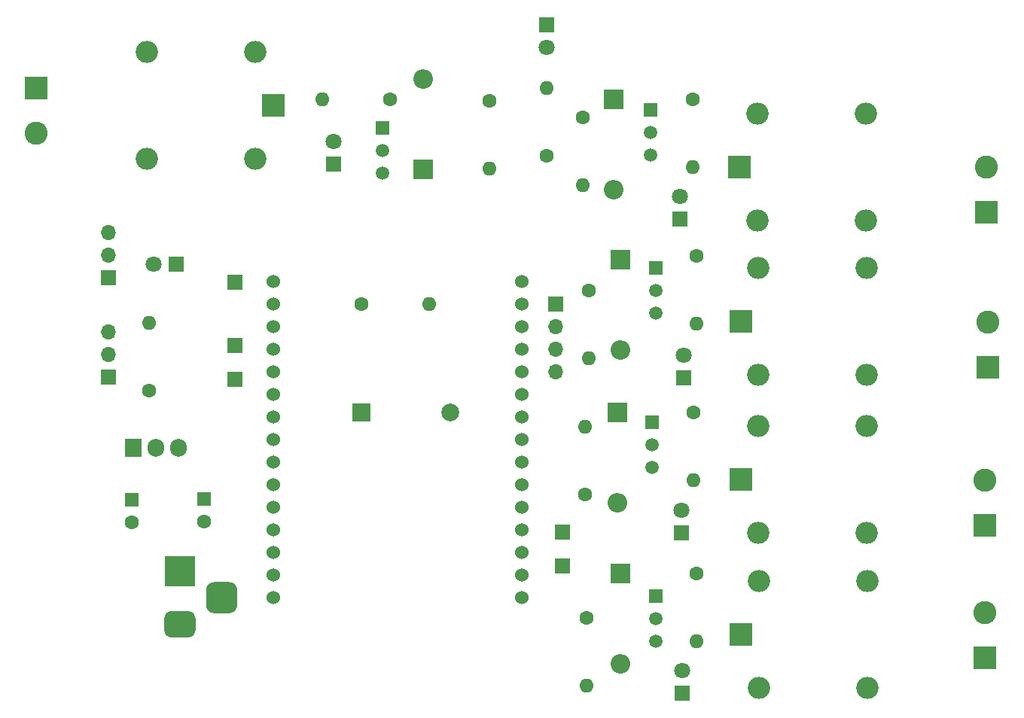
<source format=gbr>
%TF.GenerationSoftware,KiCad,Pcbnew,(5.1.12)-1*%
%TF.CreationDate,2022-04-15T12:04:31+05:30*%
%TF.ProjectId,smart_car,736d6172-745f-4636-9172-2e6b69636164,rev?*%
%TF.SameCoordinates,Original*%
%TF.FileFunction,Soldermask,Bot*%
%TF.FilePolarity,Negative*%
%FSLAX46Y46*%
G04 Gerber Fmt 4.6, Leading zero omitted, Abs format (unit mm)*
G04 Created by KiCad (PCBNEW (5.1.12)-1) date 2022-04-15 12:04:31*
%MOMM*%
%LPD*%
G01*
G04 APERTURE LIST*
%ADD10R,1.700000X1.700000*%
%ADD11C,2.600000*%
%ADD12R,2.600000X2.600000*%
%ADD13C,1.600000*%
%ADD14R,1.600000X1.600000*%
%ADD15C,1.524000*%
%ADD16O,1.600000X1.600000*%
%ADD17R,1.500000X1.500000*%
%ADD18C,1.500000*%
%ADD19O,2.500000X2.500000*%
%ADD20R,2.500000X2.500000*%
%ADD21O,1.700000X1.700000*%
%ADD22C,1.800000*%
%ADD23R,1.800000X1.800000*%
%ADD24O,2.200000X2.200000*%
%ADD25R,2.200000X2.200000*%
%ADD26R,2.000000X2.000000*%
%ADD27C,2.000000*%
%ADD28O,1.905000X2.000000*%
%ADD29R,1.905000X2.000000*%
%ADD30R,3.500000X3.500000*%
G04 APERTURE END LIST*
D10*
%TO.C,J9*%
X66040000Y-123190000D03*
%TD*%
%TO.C,J8*%
X66040000Y-119380000D03*
%TD*%
%TO.C,J7*%
X102870000Y-144145000D03*
%TD*%
%TO.C,J6*%
X102870000Y-140335000D03*
%TD*%
%TO.C,J5*%
X66040000Y-112268000D03*
%TD*%
D11*
%TO.C,J14*%
X150431500Y-149415500D03*
D12*
X150431500Y-154495500D03*
%TD*%
D11*
%TO.C,J13*%
X150431500Y-134493000D03*
D12*
X150431500Y-139573000D03*
%TD*%
D11*
%TO.C,J12*%
X150558500Y-99250500D03*
D12*
X150558500Y-104330500D03*
%TD*%
D11*
%TO.C,J11*%
X150749000Y-116713000D03*
D12*
X150749000Y-121793000D03*
%TD*%
D11*
%TO.C,J10*%
X43688000Y-95504000D03*
D12*
X43688000Y-90424000D03*
%TD*%
D13*
%TO.C,C2*%
X62585600Y-139139300D03*
D14*
X62585600Y-136639300D03*
%TD*%
D15*
%TO.C,U2*%
X98298000Y-112141000D03*
X98298000Y-114681000D03*
X98298000Y-117221000D03*
X98298000Y-119761000D03*
X98298000Y-122301000D03*
X98298000Y-124841000D03*
X98298000Y-127381000D03*
X98298000Y-129921000D03*
X98298000Y-132461000D03*
X98298000Y-135001000D03*
X98298000Y-137541000D03*
X98298000Y-140081000D03*
X98298000Y-142621000D03*
X98298000Y-145161000D03*
X98298000Y-147701000D03*
X70358000Y-147701000D03*
X70358000Y-145161000D03*
X70358000Y-142621000D03*
X70358000Y-140081000D03*
X70358000Y-137541000D03*
X70358000Y-135001000D03*
X70358000Y-132461000D03*
X70358000Y-129921000D03*
X70358000Y-127381000D03*
X70358000Y-124841000D03*
X70358000Y-122301000D03*
X70358000Y-119761000D03*
X70358000Y-117221000D03*
X70358000Y-114681000D03*
X70358000Y-112141000D03*
%TD*%
D16*
%TO.C,R7*%
X75844400Y-91643200D03*
D13*
X83464400Y-91643200D03*
%TD*%
D16*
%TO.C,R4*%
X94691200Y-99466400D03*
D13*
X94691200Y-91846400D03*
%TD*%
D16*
%TO.C,R2*%
X101092000Y-90424000D03*
D13*
X101092000Y-98044000D03*
%TD*%
D16*
%TO.C,R1*%
X87947500Y-114681000D03*
D13*
X80327500Y-114681000D03*
%TD*%
D17*
%TO.C,Q1*%
X82651600Y-94843600D03*
D18*
X82651600Y-99923600D03*
X82651600Y-97383600D03*
%TD*%
D19*
%TO.C,K1*%
X68358000Y-98354400D03*
X56158000Y-98354400D03*
X56158000Y-86354400D03*
X68358000Y-86354400D03*
D20*
X70358000Y-92354400D03*
%TD*%
D21*
%TO.C,J2*%
X102108000Y-122301000D03*
X102108000Y-119761000D03*
X102108000Y-117221000D03*
D10*
X102108000Y-114681000D03*
%TD*%
D22*
%TO.C,D6*%
X77114400Y-96418400D03*
D23*
X77114400Y-98958400D03*
%TD*%
D24*
%TO.C,D3*%
X87249000Y-89408000D03*
D25*
X87249000Y-99568000D03*
%TD*%
D22*
%TO.C,D1*%
X101092000Y-85852000D03*
D23*
X101092000Y-83312000D03*
%TD*%
D26*
%TO.C,BZ1*%
X80264000Y-126873000D03*
D27*
X90264000Y-126873000D03*
%TD*%
D17*
%TO.C,Q2*%
X113411000Y-110617000D03*
D18*
X113411000Y-115697000D03*
X113411000Y-113157000D03*
%TD*%
D17*
%TO.C,Q3*%
X112839500Y-92837000D03*
D18*
X112839500Y-97917000D03*
X112839500Y-95377000D03*
%TD*%
D17*
%TO.C,Q4*%
X112966500Y-128016000D03*
D18*
X112966500Y-133096000D03*
X112966500Y-130556000D03*
%TD*%
D17*
%TO.C,Q5*%
X113411000Y-147510500D03*
D18*
X113411000Y-152590500D03*
X113411000Y-150050500D03*
%TD*%
D28*
%TO.C,U1*%
X59690000Y-130873500D03*
X57150000Y-130873500D03*
D29*
X54610000Y-130873500D03*
%TD*%
D16*
%TO.C,R8*%
X117983000Y-116903500D03*
D13*
X117983000Y-109283500D03*
%TD*%
D16*
%TO.C,R9*%
X117538500Y-99250500D03*
D13*
X117538500Y-91630500D03*
%TD*%
D16*
%TO.C,R12*%
X117602000Y-134493000D03*
D13*
X117602000Y-126873000D03*
%TD*%
D16*
%TO.C,R5*%
X105867200Y-120751600D03*
D13*
X105867200Y-113131600D03*
%TD*%
D16*
%TO.C,R6*%
X105206800Y-101346000D03*
D13*
X105206800Y-93726000D03*
%TD*%
D16*
%TO.C,R10*%
X105410000Y-128460500D03*
D13*
X105410000Y-136080500D03*
%TD*%
D16*
%TO.C,R13*%
X117983000Y-152590500D03*
D13*
X117983000Y-144970500D03*
%TD*%
D16*
%TO.C,R11*%
X105600500Y-157607000D03*
D13*
X105600500Y-149987000D03*
%TD*%
D16*
%TO.C,R3*%
X56388000Y-116840000D03*
D13*
X56388000Y-124460000D03*
%TD*%
D21*
%TO.C,J4*%
X51816000Y-106680000D03*
X51816000Y-109220000D03*
D10*
X51816000Y-111760000D03*
%TD*%
D21*
%TO.C,J3*%
X51816000Y-117856000D03*
X51816000Y-120396000D03*
D10*
X51816000Y-122936000D03*
%TD*%
%TO.C,J1*%
G36*
G01*
X65442800Y-149466500D02*
X63692800Y-149466500D01*
G75*
G02*
X62817800Y-148591500I0J875000D01*
G01*
X62817800Y-146841500D01*
G75*
G02*
X63692800Y-145966500I875000J0D01*
G01*
X65442800Y-145966500D01*
G75*
G02*
X66317800Y-146841500I0J-875000D01*
G01*
X66317800Y-148591500D01*
G75*
G02*
X65442800Y-149466500I-875000J0D01*
G01*
G37*
G36*
G01*
X60867800Y-152216500D02*
X58867800Y-152216500D01*
G75*
G02*
X58117800Y-151466500I0J750000D01*
G01*
X58117800Y-149966500D01*
G75*
G02*
X58867800Y-149216500I750000J0D01*
G01*
X60867800Y-149216500D01*
G75*
G02*
X61617800Y-149966500I0J-750000D01*
G01*
X61617800Y-151466500D01*
G75*
G02*
X60867800Y-152216500I-750000J0D01*
G01*
G37*
D30*
X59867800Y-144716500D03*
%TD*%
D22*
%TO.C,D7*%
X116522500Y-120459500D03*
D23*
X116522500Y-122999500D03*
%TD*%
D22*
%TO.C,D8*%
X116078000Y-102616000D03*
D23*
X116078000Y-105156000D03*
%TD*%
D22*
%TO.C,D11*%
X116268500Y-137858500D03*
D23*
X116268500Y-140398500D03*
%TD*%
D22*
%TO.C,D12*%
X116332000Y-155892500D03*
D23*
X116332000Y-158432500D03*
%TD*%
D22*
%TO.C,D2*%
X56896000Y-110236000D03*
D23*
X59436000Y-110236000D03*
%TD*%
D13*
%TO.C,C1*%
X54483000Y-139240900D03*
D14*
X54483000Y-136740900D03*
%TD*%
D19*
%TO.C,K2*%
X124936000Y-110649500D03*
X137136000Y-110649500D03*
X137136000Y-122649500D03*
X124936000Y-122649500D03*
D20*
X122936000Y-116649500D03*
%TD*%
D19*
%TO.C,K3*%
X124809000Y-93250500D03*
X137009000Y-93250500D03*
X137009000Y-105250500D03*
X124809000Y-105250500D03*
D20*
X122809000Y-99250500D03*
%TD*%
D19*
%TO.C,K4*%
X124936000Y-128429500D03*
X137136000Y-128429500D03*
X137136000Y-140429500D03*
X124936000Y-140429500D03*
D20*
X122936000Y-134429500D03*
%TD*%
D19*
%TO.C,K5*%
X124999500Y-145828500D03*
X137199500Y-145828500D03*
X137199500Y-157828500D03*
X124999500Y-157828500D03*
D20*
X122999500Y-151828500D03*
%TD*%
D24*
%TO.C,D4*%
X109410500Y-119824500D03*
D25*
X109410500Y-109664500D03*
%TD*%
D24*
%TO.C,D5*%
X108648500Y-101790500D03*
D25*
X108648500Y-91630500D03*
%TD*%
D24*
%TO.C,D9*%
X109093000Y-137033000D03*
D25*
X109093000Y-126873000D03*
%TD*%
D24*
%TO.C,D10*%
X109410500Y-155130500D03*
D25*
X109410500Y-144970500D03*
%TD*%
M02*

</source>
